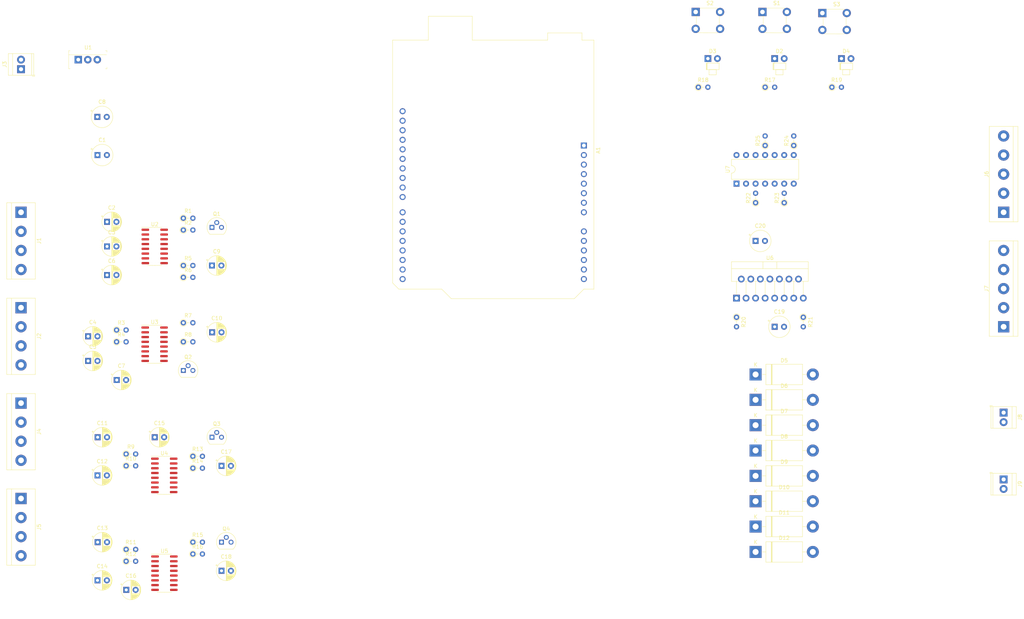
<source format=kicad_pcb>
(kicad_pcb (version 20221018) (generator pcbnew)
  (layers (0 "F.Cu" signal) (31 "B.Cu" signal) (34 "B.Paste" user) (35 "F.Paste" user) (36 "B.SilkS" user "B.Silkscreen") (37 "F.SilkS" user "F.Silkscreen") (38 "B.Mask" user) (39 "F.Mask" user) (44 "Edge.Cuts" user))
  (net 0 "")
  (net 3 "/RESET")
  (net 6 "GND")
  (net 7 "VDD")
  (net 8 "/DAT_LC1")
  (net 9 "/DAT_LC2")
  (net 10 "/DAT_LC3")
  (net 11 "/DAT_LC4")
  (net 16 "/START")
  (net 17 "/CLK")
  (net 20 "/PWM_A")
  (net 21 "/FW_A")
  (net 22 "/FW_B")
  (net 25 "/PWM_B")
  (net 26 "/EN_A")
  (net 27 "/EN_B")
  (net 31 "VCC")
  (net 32 "/E+")
  (net 33 "Net-(U2-INA-)")
  (net 34 "Net-(U2-INA+)")
  (net 35 "Net-(U3-INA-)")
  (net 36 "Net-(U3-INA+)")
  (net 37 "Net-(U2-VBG)")
  (net 38 "Net-(U3-VBG)")
  (net 39 "Net-(U4-INA-)")
  (net 40 "Net-(U4-INA+)")
  (net 41 "Net-(U5-INA-)")
  (net 42 "Net-(U5-INA+)")
  (net 43 "Net-(U4-VBG)")
  (net 44 "Net-(U5-VBG)")
  (net 45 "Net-(D2-K)")
  (net 46 "Net-(D2-A)")
  (net 47 "Net-(D3-K)")
  (net 48 "Net-(D3-A)")
  (net 49 "Net-(D4-K)")
  (net 50 "Net-(D4-A)")
  (net 51 "/A-")
  (net 52 "/A+")
  (net 53 "/STOP_A")
  (net 54 "/STOP_B")
  (net 55 "/motorA+")
  (net 56 "/motorA-")
  (net 57 "/motorB+")
  (net 58 "/motorB-")
  (net 59 "Net-(Q1-B)")
  (net 60 "Net-(Q2-B)")
  (net 61 "Net-(Q3-B)")
  (net 62 "Net-(Q4-B)")
  (net 63 "Net-(U2-VFB)")
  (net 64 "Net-(U3-VFB)")
  (net 65 "Net-(U4-VFB)")
  (net 66 "Net-(U5-VFB)")
  (net 80 "Net-(U6-SENSE_A)")
  (net 81 "/~FW_A")
  (net 82 "/~FW_B")
  (net 83 "Net-(U6-SENSE_B)")
  (footprint "TerminalBlock:TerminalBlock_bornier-4_P5.08mm" (layer "F.Cu") (at 17.78 144.78 -90)
    (fp_text reference "J5" (at 7.6 -4.8 90) (layer "F.SilkS"))
    (fp_text value "Conn_01x04")
    (pad "1" thru_hole rect (at 0 0 270) (size 3 3) (drill 1.52) (layers "*.Cu" "*.Mask") (net 51 "/A-"))
    (pad "2" thru_hole circle (at 5.08 0 270) (size 3 3) (drill 1.52) (layers "*.Cu" "*.Mask") (net 52 "/A+"))
    (pad "3" thru_hole circle (at 10.16 0 270) (size 3 3) (drill 1.52) (layers "*.Cu" "*.Mask") (net 6 "GND"))
    (pad "4" thru_hole circle (at 15.24 0 270) (size 3 3) (drill 1.52) (layers "*.Cu" "*.Mask") (net 32 "/E+"))
  )
  (footprint "Capacitor_THT:CP_Radial_D5.0mm_P2.50mm" (layer "F.Cu") (at 68.66 100.53)
    (fp_text reference "C10" (at 1.25 -3.75) (layer "F.SilkS"))
    (fp_text value "10u")
    (pad "1" thru_hole rect (at 0 0) (size 1.6 1.6) (drill 0.8) (layers "*.Cu" "*.Mask") (net 31 "VCC"))
    (pad "2" thru_hole circle (at 2.5 0) (size 1.6 1.6) (drill 0.8) (layers "*.Cu" "*.Mask") (net 6 "GND"))
  )
  (footprint "TerminalBlock_TE-Connectivity:TerminalBlock_TE_282834-2_1x02_P2.54mm_Horizontal" (layer "F.Cu") (at 17.78 30.48 90)
    (fp_text reference "J3" (at 1.27 -4.37 90) (layer "F.SilkS"))
    (fp_text value "Conn_01x02")
    (pad "1" thru_hole rect (at 0 0 90) (size 2.1 2.1) (drill 1.1) (layers "*.Cu" "*.Mask") (net 6 "GND"))
    (pad "2" thru_hole circle (at 2.54 0 90) (size 2.1 2.1) (drill 1.1) (layers "*.Cu" "*.Mask") (net 31 "VCC"))
  )
  (footprint "Resistor_THT:R_Axial_DIN0204_L3.6mm_D1.6mm_P2.54mm_Vertical" (layer "F.Cu") (at 226.06 96.52 -90)
    (fp_text reference "R21" (at 1.27 -1.92 90) (layer "F.SilkS"))
    (fp_text value "0.5")
    (pad "1" thru_hole circle (at 0 0 270) (size 1.4 1.4) (drill 0.7) (layers "*.Cu" "*.Mask") (net 83 "Net-(U6-SENSE_B)"))
    (pad "2" thru_hole oval (at 2.54 0 270) (size 1.4 1.4) (drill 0.7) (layers "*.Cu" "*.Mask") (net 6 "GND"))
  )
  (footprint "Capacitor_THT:CP_Radial_D5.0mm_P2.50mm" (layer "F.Cu") (at 35.64 101.6)
    (fp_text reference "C4" (at 1.25 -3.75) (layer "F.SilkS"))
    (fp_text value "10u")
    (pad "1" thru_hole rect (at 0 0) (size 1.6 1.6) (drill 0.8) (layers "*.Cu" "*.Mask") (net 6 "GND"))
    (pad "2" thru_hole circle (at 2.5 0) (size 1.6 1.6) (drill 0.8) (layers "*.Cu" "*.Mask") (net 32 "/E+"))
  )
  (footprint "Capacitor_THT:CP_Radial_D5.0mm_P2.50mm" (layer "F.Cu") (at 38.18 128.47)
    (fp_text reference "C11" (at 1.25 -3.75) (layer "F.SilkS"))
    (fp_text value "10u")
    (pad "1" thru_hole rect (at 0 0) (size 1.6 1.6) (drill 0.8) (layers "*.Cu" "*.Mask") (net 6 "GND"))
    (pad "2" thru_hole circle (at 2.5 0) (size 1.6 1.6) (drill 0.8) (layers "*.Cu" "*.Mask") (net 32 "/E+"))
  )
  (footprint "TerminalBlock:TerminalBlock_bornier-4_P5.08mm" (layer "F.Cu") (at 17.78 93.98 -90)
    (fp_text reference "J2" (at 7.6 -4.8 90) (layer "F.SilkS"))
    (fp_text value "Conn_01x04")
    (pad "1" thru_hole rect (at 0 0 270) (size 3 3) (drill 1.52) (layers "*.Cu" "*.Mask") (net 51 "/A-"))
    (pad "2" thru_hole circle (at 5.08 0 270) (size 3 3) (drill 1.52) (layers "*.Cu" "*.Mask") (net 52 "/A+"))
    (pad "3" thru_hole circle (at 10.16 0 270) (size 3 3) (drill 1.52) (layers "*.Cu" "*.Mask") (net 6 "GND"))
    (pad "4" thru_hole circle (at 15.24 0 270) (size 3 3) (drill 1.52) (layers "*.Cu" "*.Mask") (net 32 "/E+"))
  )
  (footprint "Capacitor_THT:CP_Radial_D5.0mm_P2.50mm" (layer "F.Cu") (at 43.26 113.23)
    (fp_text reference "C7" (at 1.25 -3.75) (layer "F.SilkS"))
    (fp_text value "0.1u")
    (pad "1" thru_hole rect (at 0 0) (size 1.6 1.6) (drill 0.8) (layers "*.Cu" "*.Mask") (net 6 "GND"))
    (pad "2" thru_hole circle (at 2.5 0) (size 1.6 1.6) (drill 0.8) (layers "*.Cu" "*.Mask") (net 38 "Net-(U3-VBG)"))
  )
  (footprint "Diode_THT:D_DO-201AD_P15.24mm_Horizontal" (layer "F.Cu") (at 213.36 132.01)
    (fp_text reference "D8" (at 7.62 -3.72) (layer "F.SilkS"))
    (fp_text value "1N5820-TP")
    (fp_text user "K" (at 0 -2.6) (layer "F.SilkS"))
    (pad "1" thru_hole rect (at 0 0) (size 3.2 3.2) (drill 1.6) (layers "*.Cu" "*.Mask") (net 56 "/motorA-"))
    (pad "2" thru_hole oval (at 15.24 0) (size 3.2 3.2) (drill 1.6) (layers "*.Cu" "*.Mask") (net 6 "GND"))
  )
  (footprint "Capacitor_THT:CP_Radial_D5.0mm_P2.50mm" (layer "F.Cu") (at 71.16 136.09)
    (fp_text reference "C17" (at 1.25 -3.75) (layer "F.SilkS"))
    (fp_text value "10u")
    (pad "1" thru_hole rect (at 0 0) (size 1.6 1.6) (drill 0.8) (layers "*.Cu" "*.Mask") (net 31 "VCC"))
    (pad "2" thru_hole circle (at 2.5 0) (size 1.6 1.6) (drill 0.8) (layers "*.Cu" "*.Mask") (net 6 "GND"))
  )
  (footprint "Capacitor_THT:CP_Radial_D5.0mm_P2.50mm" (layer "F.Cu") (at 71.16 164.03)
    (fp_text reference "C18" (at 1.25 -3.75) (layer "F.SilkS"))
    (fp_text value "10u")
    (pad "1" thru_hole rect (at 0 0) (size 1.6 1.6) (drill 0.8) (layers "*.Cu" "*.Mask") (net 31 "VCC"))
    (pad "2" thru_hole circle (at 2.5 0) (size 1.6 1.6) (drill 0.8) (layers "*.Cu" "*.Mask") (net 6 "GND"))
  )
  (footprint "Package_SO:SOP-16_3.9x9.9mm_P1.27mm" (layer "F.Cu") (at 53.38 77.67)
    (fp_text reference "U2" (at 0 -5.9) (layer "F.SilkS"))
    (fp_text value "HX711")
    (pad "1" smd roundrect (at -2.5 -4.445) (size 2 0.6) (layers "F.Cu" "F.Paste" "F.Mask") (net 31 "VCC"))
    (pad "2" smd roundrect (at -2.5 -3.175) (size 2 0.6) (layers "F.Cu" "F.Paste" "F.Mask") (net 59 "Net-(Q1-B)"))
    (pad "3" smd roundrect (at -2.5 -1.905) (size 2 0.6) (layers "F.Cu" "F.Paste" "F.Mask") (net 32 "/E+"))
    (pad "4" smd roundrect (at -2.5 -0.635) (size 2 0.6) (layers "F.Cu" "F.Paste" "F.Mask") (net 63 "Net-(U2-VFB)"))
    (pad "5" smd roundrect (at -2.5 0.635) (size 2 0.6) (layers "F.Cu" "F.Paste" "F.Mask") (net 6 "GND"))
    (pad "6" smd roundrect (at -2.5 1.905) (size 2 0.6) (layers "F.Cu" "F.Paste" "F.Mask") (net 37 "Net-(U2-VBG)"))
    (pad "7" smd roundrect (at -2.5 3.175) (size 2 0.6) (layers "F.Cu" "F.Paste" "F.Mask") (net 33 "Net-(U2-INA-)"))
    (pad "8" smd roundrect (at -2.5 4.445) (size 2 0.6) (layers "F.Cu" "F.Paste" "F.Mask") (net 34 "Net-(U2-INA+)"))
    (pad "9" smd roundrect (at 2.5 4.445) (size 2 0.6) (layers "F.Cu" "F.Paste" "F.Mask"))
    (pad "10" smd roundrect (at 2.5 3.175) (size 2 0.6) (layers "F.Cu" "F.Paste" "F.Mask"))
    (pad "11" smd roundrect (at 2.5 1.905) (size 2 0.6) (layers "F.Cu" "F.Paste" "F.Mask") (net 17 "/CLK"))
    (pad "12" smd roundrect (at 2.5 0.635) (size 2 0.6) (layers "F.Cu" "F.Paste" "F.Mask") (net 8 "/DAT_LC1"))
    (pad "13" smd roundrect (at 2.5 -0.635) (size 2 0.6) (layers "F.Cu" "F.Paste" "F.Mask"))
    (pad "14" smd roundrect (at 2.5 -1.905) (size 2 0.6) (layers "F.Cu" "F.Paste" "F.Mask") (net 6 "GND"))
    (pad "15" smd roundrect (at 2.5 -3.175) (size 2 0.6) (layers "F.Cu" "F.Paste" "F.Mask") (net 6 "GND"))
    (pad "16" smd roundrect (at 2.5 -4.445) (size 2 0.6) (layers "F.Cu" "F.Paste" "F.Mask") (net 31 "VCC"))
  )
  (footprint "Diode_THT:D_DO-201AD_P15.24mm_Horizontal" (layer "F.Cu") (at 213.36 118.51)
    (fp_text reference "D6" (at 7.62 -3.72) (layer "F.SilkS"))
    (fp_text value "1N5820-TP")
    (fp_text user "K" (at 0 -2.6) (layer "F.SilkS"))
    (pad "1" thru_hole rect (at 0 0) (size 3.2 3.2) (drill 1.6) (layers "*.Cu" "*.Mask") (net 55 "/motorA+"))
    (pad "2" thru_hole oval (at 15.24 0) (size 3.2 3.2) (drill 1.6) (layers "*.Cu" "*.Mask") (net 6 "GND"))
  )
  (footprint "TerminalBlock_TE-Connectivity:TerminalBlock_TE_282834-2_1x02_P2.54mm_Horizontal" (layer "F.Cu") (at 279.4 139.7 -90)
    (fp_text reference "J9" (at 1.27 -4.37 -90) (layer "F.SilkS"))
    (fp_text value "Conn_01x02")
    (pad "1" thru_hole rect (at 0 0 270) (size 2.1 2.1) (drill 1.1) (layers "*.Cu" "*.Mask") (net 57 "/motorB+"))
    (pad "2" thru_hole circle (at 2.54 0 270) (size 2.1 2.1) (drill 1.1) (layers "*.Cu" "*.Mask") (net 58 "/motorB-"))
  )
  (footprint "Resistor_THT:R_Axial_DIN0204_L3.6mm_D1.6mm_P2.54mm_Vertical" (layer "F.Cu") (at 61 85.9)
    (fp_text reference "R6" (at 1.27 -1.92) (layer "F.SilkS"))
    (fp_text value "1000")
    (pad "1" thru_hole circle (at 0 0) (size 1.4 1.4) (drill 0.7) (layers "*.Cu" "*.Mask") (net 63 "Net-(U2-VFB)"))
    (pad "2" thru_hole oval (at 2.54 0) (size 1.4 1.4) (drill 0.7) (layers "*.Cu" "*.Mask") (net 6 "GND"))
  )
  (footprint "TerminalBlock:TerminalBlock_bornier-4_P5.08mm" (layer "F.Cu") (at 17.78 68.58 -90)
    (fp_text reference "J1" (at 7.6 -4.8 90) (layer "F.SilkS"))
    (fp_text value "Conn_01x04")
    (pad "1" thru_hole rect (at 0 0 270) (size 3 3) (drill 1.52) (layers "*.Cu" "*.Mask") (net 51 "/A-"))
    (pad "2" thru_hole circle (at 5.08 0 270) (size 3 3) (drill 1.52) (layers "*.Cu" "*.Mask") (net 52 "/A+"))
    (pad "3" thru_hole circle (at 10.16 0 270) (size 3 3) (drill 1.52) (layers "*.Cu" "*.Mask") (net 6 "GND"))
    (pad "4" thru_hole circle (at 15.24 0 270) (size 3 3) (drill 1.52) (layers "*.Cu" "*.Mask") (net 32 "/E+"))
  )
  (footprint "Resistor_THT:R_Axial_DIN0204_L3.6mm_D1.6mm_P2.54mm_Vertical" (layer "F.Cu") (at 215.9 50.8 90)
    (fp_text reference "R25" (at 1.27 -1.92 90) (layer "F.SilkS"))
    (fp_text value "4.7k")
    (pad "1" thru_hole circle (at 0 0 90) (size 1.4 1.4) (drill 0.7) (layers "*.Cu" "*.Mask") (net 7 "VDD"))
    (pad "2" thru_hole oval (at 2.54 0 90) (size 1.4 1.4) (drill 0.7) (layers "*.Cu" "*.Mask") (net 54 "/STOP_B"))
  )
  (footprint "Resistor_THT:R_Axial_DIN0204_L3.6mm_D1.6mm_P2.54mm_Vertical" (layer "F.Cu") (at 45.76 158.34)
    (fp_text reference "R11" (at 1.27 -1.92) (layer "F.SilkS"))
    (fp_text value "1000")
    (pad "1" thru_hole circle (at 0 0) (size 1.4 1.4) (drill 0.7) (layers "*.Cu" "*.Mask") (net 42 "Net-(U5-INA+)"))
    (pad "2" thru_hole oval (at 2.54 0) (size 1.4 1.4) (drill 0.7) (layers "*.Cu" "*.Mask") (net 52 "/A+"))
  )
  (footprint "Resistor_THT:R_Axial_DIN0204_L3.6mm_D1.6mm_P2.54mm_Vertical" (layer "F.Cu") (at 43.22 103.07)
    (fp_text reference "R4" (at 1.27 -1.92) (layer "F.SilkS"))
    (fp_text value "1000")
    (pad "1" thru_hole circle (at 0 0) (size 1.4 1.4) (drill 0.7) (layers "*.Cu" "*.Mask") (net 35 "Net-(U3-INA-)"))
    (pad "2" thru_hole oval (at 2.54 0) (size 1.4 1.4) (drill 0.7) (layers "*.Cu" "*.Mask") (net 51 "/A-"))
  )
  (footprint "Resistor_THT:R_Axial_DIN0204_L3.6mm_D1.6mm_P2.54mm_Vertical" (layer "F.Cu") (at 61 73.3)
    (fp_text reference "R2" (at 1.27 -1.92) (layer "F.SilkS"))
    (fp_text value "1000")
    (pad "1" thru_hole circle (at 0 0) (size 1.4 1.4) (drill 0.7) (layers "*.Cu" "*.Mask") (net 33 "Net-(U2-INA-)"))
    (pad "2" thru_hole oval (at 2.54 0) (size 1.4 1.4) (drill 0.7) (layers "*.Cu" "*.Mask") (net 51 "/A-"))
  )
  (footprint "Resistor_THT:R_Axial_DIN0204_L3.6mm_D1.6mm_P2.54mm_Vertical" (layer "F.Cu") (at 45.76 136.09)
    (fp_text reference "R10" (at 1.27 -1.92) (layer "F.SilkS"))
    (fp_text value "1000")
    (pad "1" thru_hole circle (at 0 0) (size 1.4 1.4) (drill 0.7) (layers "*.Cu" "*.Mask") (net 39 "Net-(U4-INA-)"))
    (pad "2" thru_hole oval (at 2.54 0) (size 1.4 1.4) (drill 0.7) (layers "*.Cu" "*.Mask") (net 51 "/A-"))
  )
  (footprint "LED_THT:LED_D1.8mm_W1.8mm_H2.4mm_Horizontal_O1.27mm_Z1.6mm" (layer "F.Cu") (at 236.22 27.65)
    (fp_text reference "D4" (at 1.27 -1.96) (layer "F.SilkS"))
    (fp_text value "LED")
    (pad "1" thru_hole rect (at 0 0) (size 1.8 1.8) (drill 0.9) (layers "*.Cu" "*.Mask") (net 49 "Net-(D4-K)"))
    (pad "2" thru_hole circle (at 2.54 0) (size 1.8 1.8) (drill 0.9) (layers "*.Cu" "*.Mask") (net 50 "Net-(D4-A)"))
  )
  (footprint "Capacitor_THT:CP_Radial_D5.0mm_P2.50mm" (layer "F.Cu") (at 53.38 128.47)
    (fp_text reference "C15" (at 1.25 -3.75) (layer "F.SilkS"))
    (fp_text value "0.1u")
    (pad "1" thru_hole rect (at 0 0) (size 1.6 1.6) (drill 0.8) (layers "*.Cu" "*.Mask") (net 6 "GND"))
    (pad "2" thru_hole circle (at 2.5 0) (size 1.6 1.6) (drill 0.8) (layers "*.Cu" "*.Mask") (net 43 "Net-(U4-VBG)"))
  )
  (footprint "Capacitor_THT:CP_Radial_Tantal_D5.5mm_P2.50mm" (layer "F.Cu") (at 213.36 76.2)
    (fp_text reference "C20" (at 1.25 -4) (layer "F.SilkS"))
    (fp_text value "0.1u")
    (pad "1" thru_hole rect (at 0 0) (size 1.6 1.6) (drill 0.8) (layers "*.Cu" "*.Mask") (net 31 "VCC"))
    (pad "2" thru_hole circle (at 2.5 0) (size 1.6 1.6) (drill 0.8) (layers "*.Cu" "*.Mask") (net 6 "GND"))
  )
  (footprint "Capacitor_THT:CP_Radial_Tantal_D5.5mm_P2.50mm" (layer "F.Cu") (at 38.14 53.34)
    (fp_text reference "C1" (at 1.25 -4) (layer "F.SilkS"))
    (fp_text value "10u")
    (pad "1" thru_hole rect (at 0 0) (size 1.6 1.6) (drill 0.8) (layers "*.Cu" "*.Mask") (net 6 "GND"))
    (pad "2" thru_hole circle (at 2.5 0) (size 1.6 1.6) (drill 0.8) (layers "*.Cu" "*.Mask") (net 31 "VCC"))
  )
  (footprint "TerminalBlock:TerminalBlock_bornier-5_P5.08mm" (layer "F.Cu") (at 279.4 68.58 90)
    (fp_text reference "J6" (at 10.15 -4.55 90) (layer "F.SilkS"))
    (fp_text value "Conn_01x05")
    (pad "1" thru_hole rect (at 0 0 90) (size 3 3) (drill 1.52) (layers "*.Cu" "*.Mask") (net 21 "/FW_A"))
    (pad "2" thru_hole circle (at 5.08 0 90) (size 3 3) (drill 1.52) (layers "*.Cu" "*.Mask") (net 26 "/EN_A"))
    (pad "3" thru_hole circle (at 10.16 0 90) (size 3 3) (drill 1.52) (layers "*.Cu" "*.Mask") (net 53 "/STOP_A"))
    (pad "4" thru_hole circle (at 15.24 0 90) (size 3 3) (drill 1.52) (layers "*.Cu" "*.Mask") (net 20 "/PWM_A"))
    (pad "5" thru_hole circle (at 20.32 0 90) (size 3 3) (drill 1.52) (layers "*.Cu" "*.Mask") (net 6 "GND"))
  )
  (footprint "Diode_THT:D_DO-201AD_P15.24mm_Horizontal" (layer "F.Cu") (at 213.36 111.76)
    (fp_text reference "D5" (at 7.62 -3.72) (layer "F.SilkS"))
    (fp_text value "1N5820-TP")
    (fp_text user "K" (at 0 -2.6) (layer "F.SilkS"))
    (pad "1" thru_hole rect (at 0 0) (size 3.2 3.2) (drill 1.6) (layers "*.Cu" "*.Mask") (net 31 "VCC"))
    (pad "2" thru_hole oval (at 15.24 0) (size 3.2 3.2) (drill 1.6) (layers "*.Cu" "*.Mask") (net 55 "/motorA+"))
  )
  (footprint "Diode_THT:D_DO-201AD_P15.24mm_Horizontal" (layer "F.Cu") (at 213.36 159.01)
    (fp_text reference "D12" (at 7.62 -3.72) (layer "F.SilkS"))
    (fp_text value "1N5820-TP")
    (fp_text user "K" (at 0 -2.6) (layer "F.SilkS"))
    (pad "1" thru_hole rect (at 0 0) (size 3.2 3.2) (drill 1.6) (layers "*.Cu" "*.Mask") (net 58 "/motorB-"))
    (pad "2" thru_hole oval (at 15.24 0) (size 3.2 3.2) (drill 1.6) (layers "*.Cu" "*.Mask") (net 6 "GND"))
  )
  (footprint "Diode_THT:D_DO-201AD_P15.24mm_Horizontal" (layer "F.Cu") (at 213.36 138.76)
    (fp_text reference "D9" (at 7.62 -3.72) (layer "F.SilkS"))
    (fp_text value "1N5820-TP")
    (fp_text user "K" (at 0 -2.6) (layer "F.SilkS"))
    (pad "1" thru_hole rect (at 0 0) (size 3.2 3.2) (drill 1.6) (layers "*.Cu" "*.Mask") (net 31 "VCC"))
    (pad "2" thru_hole oval (at 15.24 0) (size 3.2 3.2) (drill 1.6) (layers "*.Cu" "*.Mask") (net 57 "/motorB+"))
  )
  (footprint "TerminalBlock:TerminalBlock_bornier-5_P5.08mm" (layer "F.Cu") (at 279.4 99.06 90)
    (fp_text reference "J7" (at 10.15 -4.55 90) (layer "F.SilkS"))
    (fp_text value "Conn_01x05")
    (pad "1" thru_hole rect (at 0 0 90) (size 3 3) (drill 1.52) (layers "*.Cu" "*.Mask") (net 22 "/FW_B"))
    (pad "2" thru_hole circle (at 5.08 0 90) (size 3 3) (drill 1.52) (layers "*.Cu" "*.Mask") (net 27 "/EN_B"))
    (pad "3" thru_hole circle (at 10.16 0 90) (size 3 3) (drill 1.52) (layers "*.Cu" "*.Mask") (net 54 "/STOP_B"))
    (pad "4" thru_hole circle (at 15.24 0 90) (size 3 3) (drill 1.52) (layers "*.Cu" "*.Mask") (net 25 "/PWM_B"))
    (pad "5" thru_hole circle (at 20.32 0 90) (size 3 3) (drill 1.52) (layers "*.Cu" "*.Mask") (net 6 "GND"))
  )
  (footprint "Capacitor_THT:CP_Radial_D5.0mm_P2.50mm" (layer "F.Cu") (at 38.14 138.63)
    (fp_text reference "C12" (at 1.25 -3.75) (layer "F.SilkS"))
    (fp_text value "0.1u")
    (pad "1" thru_hole rect (at 0 0) (size 1.6 1.6) (drill 0.8) (layers "*.Cu" "*.Mask") (net 39 "Net-(U4-INA-)"))
    (pad "2" thru_hole circle (at 2.5 0) (size 1.6 1.6) (drill 0.8) (layers "*.Cu" "*.Mask") (net 40 "Net-(U4-INA+)"))
  )
  (footprint "Package_TO_SOT_THT:TO-220-15_P2.54x2.54mm_StaggerOdd_Lead4.58mm_Vertical" (layer "F.Cu") (at 208.28 91.44)
    (fp_text reference "U6" (at 8.89 -10.7) (layer "F.SilkS"))
    (fp_text value "L298N")
    (pad "1" thru_hole rect (at 0 0) (size 1.8 1.8) (drill 1) (layers "*.Cu" "*.Mask") (net 80 "Net-(U6-SENSE_A)"))
    (pad "2" thru_hole oval (at 1.27 -5.08) (size 1.8 1.8) (drill 1) (layers "*.Cu" "*.Mask") (net 55 "/motorA+"))
    (pad "3" thru_hole oval (at 2.54 0) (size 1.8 1.8) (drill 1) (layers "*.Cu" "*.Mask") (net 56 "/motorA-"))
    (pad "4" thru_hole oval (at 3.81 -5.08) (size 1.8 1.8) (drill 1) (layers "*.Cu" "*.Mask") (net 31 "VCC"))
    (pad "5" thru_hole oval (at 5.08 0) (size 1.8 1.8) (drill 1) (layers "*.Cu" "*.Mask") (net 21 "/FW_A"))
    (pad "6" thru_hole oval (at 6.35 -5.08) (size 1.8 1.8) (drill 1) (layers "*.Cu" "*.Mask") (net 20 "/PWM_A"))
    (pad "7" thru_hole oval (at 7.62 0) (size 1.8 1.8) (drill 1) (layers "*.Cu" "*.Mask") (net 81 "/~FW_A"))
    (pad "8" thru_hole oval (at 8.89 -5.08) (size 1.8 1.8) (drill 1) (layers "*.Cu" "*.Mask") (net 6 "GND"))
    (pad "9" thru_hole oval (at 10.16 0) (size 1.8 1.8) (drill 1) (layers "*.Cu" "*.Mask") (net 7 "VDD"))
    (pad "10" thru_hole oval (at 11.43 -5.08) (size 1.8 1.8) (drill 1) (layers "*.Cu" "*.Mask") (net 22 "/FW_B"))
    (pad "11" thru_hole oval (at 12.7 0) (size 1.8 1.8) (drill 1) (layers "*.Cu" "*.Mask") (net 25 "/PWM_B"))
    (pad "12" thru_hole oval (at 13.97 -5.08) (size 1.8 1.8) (drill 1) (layers "*.Cu" "*.Mask") (net 82 "/~FW_B"))
    (pad "13" thru_hole oval (at 15.24 0) (size 1.8 1.8) (drill 1) (layers "*.Cu" "*.Mask") (net 57 "/motorB+"))
    (pad "14" thru_hole oval (at 16.51 -5.08) (size 1.8 1.8) (drill 1) (layers "*.Cu" "*.Mask") (net 58 "/motorB-"))
    (pad "15" thru_hole oval (at 17.78 0) (size 1.8 1.8) (drill 1) (layers "*.Cu" "*.Mask") (net 83 "Net-(U6-SENSE_B)"))
  )
  (footprint "Diode_THT:D_DO-201AD_P15.24mm_Horizontal" (layer "F.Cu") (at 213.36 152.26)
    (fp_text reference "D11" (at 7.62 -3.72) (layer "F.SilkS"))
    (fp_text value "1N5820-TP")
    (fp_text user "K" (at 0 -2.6) (layer "F.SilkS"))
    (pad "1" thru_hole rect (at 0 0) (size 3.2 3.2) (drill 1.6) (layers "*.Cu" "*.Mask") (net 31 "VCC"))
    (pad "2" thru_hole oval (at 15.24 0) (size 3.2 3.2) (drill 1.6) (layers "*.Cu" "*.Mask") (net 58 "/motorB-"))
  )
  (footprint "digikey-footprints:TO-220-3" (layer "F.Cu") (at 33.02 27.94)
    (fp_text reference "U1" (at 2.62 -3.22) (layer "F.SilkS"))
    (fp_text value "MIC29500-5.0WT")
    (pad "1" thru_hole rect (at 0 0) (size 2 2) (drill 1) (layers "*.Cu" "*.Mask") (net 31 "VCC"))
    (pad "2" thru_hole circle (at 2.54 0) (size 2 2) (drill 1) (layers "*.Cu" "*.Mask") (net 6 "GND"))
    (pad "3" thru_hole circle (at 5.08 0) (size 2 2) (drill 1) (layers "*.Cu" "*.Mask") (net 7 "VDD"))
  )
  (footprint "TerminalBlock_TE-Connectivity:TerminalBlock_TE_282834-2_1x02_P2.54mm_Horizontal" (layer "F.Cu") (at 279.4 121.92 -90)
    (fp_text reference "J8" (at 1.27 -4.37 -90) (layer "F.SilkS"))
    (fp_text value "Conn_01x02")
    (pad "1" thru_hole rect (at 0 0 270) (size 2.1 2.1) (drill 1.1) (layers "*.Cu" "*.Mask") (net 55 "/motorA+"))
    (pad "2" thru_hole circle (at 2.54 0 270) (size 2.1 2.1) (drill 1.1) (layers "*.Cu" "*.Mask") (net 56 "/motorA-"))
  )
  (footprint "Capacitor_THT:CP_Radial_Tantal_D5.5mm_P2.50mm" (layer "F.Cu") (at 38.1 43.18)
    (fp_text reference "C8" (at 1.25 -4) (layer "F.SilkS"))
    (fp_text value "22u")
    (pad "1" thru_hole rect (at 0 0) (size 1.6 1.6) (drill 0.8) (layers "*.Cu" "*.Mask") (net 6 "GND"))
    (pad "2" thru_hole circle (at 2.5 0) (size 1.6 1.6) (drill 0.8) (layers "*.Cu" "*.Mask") (net 7 "VDD"))
  )
  (footprint "Capacitor_THT:CP_Radial_Tantal_D5.5mm_P2.50mm" (layer "F.Cu") (at 218.44 99.06)
    (fp_text reference "C19" (at 1.25 -4) (layer "F.SilkS"))
    (fp_text value "0.1u")
    (pad "1" thru_hole rect (at 0 0) (size 1.6 1.6) (drill 0.8) (layers "*.Cu" "*.Mask") (net 7 "VDD"))
    (pad "2" thru_hole circle (at 2.5 0) (size 1.6 1.6) (drill 0.8) (layers "*.Cu" "*.Mask") (net 6 "GND"))
  )
  (footprint "digikey-footprints:Switch_Tactile_THT_6x6mm" (layer "F.Cu") (at 215.19 15.24)
    (fp_text reference "S1" (at 3.81 -2.3368) (layer "F.SilkS"))
    (fp_text value "1825910-6")
    (pad "1" thru_hole rect (at 0 0) (size 2.2 2.2) (drill 1.2) (layers "*.Cu" "*.Mask") (net 3 "/RESET"))
    (pad "2" thru_hole circle (at 6.5 0) (size 2.2 2.2) (drill 1.2) (layers "*.Cu" "*.Mask") (net 46 "Net-(D2-A)"))
    (pad "3" thru_hole circle (at 0 4.5) (size 2.2 2.2) (drill 1.2) (layers "*.Cu" "*.Mask") (net 7 "VDD"))
    (pad "4" thru_hole circle (at 6.5 4.5) (size 2.2 2.2) (drill 1.2) (layers "*.Cu" "*.Mask") (net 7 "VDD"))
  )
  (footprint "Resistor_THT:R_Axial_DIN0204_L3.6mm_D1.6mm_P2.54mm_Vertical" (layer "F.Cu") (at 215.9 35.27)
    (fp_text reference "R17" (at 1.27 -1.92) (layer "F.SilkS"))
    (fp_text value "100")
    (pad "1" thru_hole circle (at 0 0) (size 1.4 1.4) (drill 0.7) (layers "*.Cu" "*.Mask") (net 6 "GND"))
    (pad "2" thru_hole oval (at 2.54 0) (size 1.4 1.4) (drill 0.7) (layers "*.Cu" "*.Mask") (net 45 "Net-(D2-K)"))
  )
  (footprint "Resistor_THT:R_Axial_DIN0204_L3.6mm_D1.6mm_P2.54mm_Vertical" (layer "F.Cu") (at 63.54 136.7)
    (fp_text reference "R14" (at 1.27 -1.92) (layer "F.SilkS"))
    (fp_text value "1000")
    (pad "1" thru_hole circle (at 0 0) (size 1.4 1.4) (drill 0.7) (layers "*.Cu" "*.Mask") (net 65 "Net-(U4-VFB)"))
    (pad "2" thru_hole oval (at 2.54 0) (size 1.4 1.4) (drill 0.7) (layers "*.Cu" "*.Mask") (net 6 "GND"))
  )
  (footprint "Resistor_THT:R_Axial_DIN0204_L3.6mm_D1.6mm_P2.54mm_Vertical" (layer "F.Cu") (at 61 103.07)
    (fp_text reference "R8" (at 1.27 -1.92) (layer "F.SilkS"))
    (fp_text value "1000")
    (pad "1" thru_hole circle (at 0 0) (size 1.4 1.4) (drill 0.7) (layers "*.Cu" "*.Mask") (net 64 "Net-(U3-VFB)"))
    (pad "2" thru_hole oval (at 2.54 0) (size 1.4 1.4) (drill 0.7) (layers "*.Cu" "*.Mask") (net 6 "GND"))
  )
  (footprint "Resistor_THT:R_Axial_DIN0204_L3.6mm_D1.6mm_P2.54mm_Vertical" (layer "F.Cu") (at 45.76 161.49)
    (fp_text reference "R12" (at 1.27 -1.92) (layer "F.SilkS"))
    (fp_text value "1000")
    (pad "1" thru_hole circle (at 0 0) (size 1.4 1.4) (drill 0.7) (layers "*.Cu" "*.Mask") (net 41 "Net-(U5-INA-)"))
    (pad "2" thru_hole oval (at 2.54 0) (size 1.4 1.4) (drill 0.7) (layers "*.Cu" "*.Mask") (net 51 "/A-"))
  )
  (footprint "Capacitor_THT:CP_Radial_D5.0mm_P2.50mm" (layer "F.Cu") (at 68.62 82.75)
    (fp_text reference "C9" (at 1.25 -3.75) (layer "F.SilkS"))
    (fp_text value "10u")
    (pad "1" thru_hole rect (at 0 0) (size 1.6 1.6) (drill 0.8) (layers "*.Cu" "*.Mask") (net 31 "VCC"))
    (pad "2" thru_hole circle (at 2.5 0) (size 1.6 1.6) (drill 0.8) (layers "*.Cu" "*.Mask") (net 6 "GND"))
  )
  (footprint "Resistor_THT:R_Axial_DIN0204_L3.6mm_D1.6mm_P2.54mm_Vertical" (layer "F.Cu") (at 223.52 50.8 90)
    (fp_text reference "R24" (at 1.27 -1.92 90) (layer "F.SilkS"))
    (fp_text value "4.7k")
    (pad "1" thru_hole circle (at 0 0 90) (size 1.4 1.4) (drill 0.7) (layers "*.Cu" "*.Mask") (net 7 "VDD"))
    (pad "2" thru_hole oval (at 2.54 0 90) (size 1.4 1.4) (drill 0.7) (layers "*.Cu" "*.Mask") (net 53 "/STOP_A"))
  )
  (footprint "Capacitor_THT:CP_Radial_D5.0mm_P2.50mm" (layer "F.Cu") (at 40.68 77.67)
    (fp_text reference "C3" (at 1.25 -3.75) (layer "F.SilkS"))
    (fp_text value "0.1u")
    (pad "1" thru_hole rect (at 0 0) (size 1.6 1.6) (drill 0.8) (layers "*.Cu" "*.Mask") (net 33 "Net-(U2-INA-)"))
    (pad "2" thru_hole circle (at 2.5 0) (size 1.6 1.6) (drill 0.8) (layers "*.Cu" "*.Mask") (net 34 "Net-(U2-INA+)"))
  )
  (footprint "Resistor_THT:R_Axial_DIN0204_L3.6mm_D1.6mm_P2.54mm_Vertical" (layer "F.Cu") (at 45.76 132.94)
    (fp_text reference "R9" (at 1.27 -1.92) (layer "F.SilkS"))
    (fp_text value "1000")
    (pad "1" thru_hole circle (at 0 0) (size 1.4 1.4) (drill 0.7) (layers "*.Cu" "*.Mask") (net 40 "Net-(U4-INA+)"))
    (pad "2" thru_hole oval (at 2.54 0) (size 1.4 1.4) (drill 0.7) (layers "*.Cu" "*.Mask") (net 52 "/A+"))
  )
  (footprint "LED_THT:LED_D1.8mm_W1.8mm_H2.4mm_Horizontal_O1.27mm_Z1.6mm" (layer "F.Cu") (at 218.44 27.65)
    (fp_text reference "D2" (at 1.27 -1.96) (layer "F.SilkS"))
    (fp_text value "LED")
    (pad "1" thru_hole rect (at 0 0) (size 1.8 1.8) (drill 0.9) (layers "*.Cu" "*.Mask") (net 45 "Net-(D2-K)"))
    (pad "2" thru_hole circle (at 2.54 0) (size 1.8 1.8) (drill 0.9) (layers "*.Cu" "*.Mask") (net 46 "Net-(D2-A)"))
  )
  (footprint "Diode_THT:D_DO-201AD_P15.24mm_Horizontal" (layer "F.Cu") (at 213.36 125.26)
    (fp_text reference "D7" (at 7.62 -3.72) (layer "F.SilkS"))
    (fp_text value "1N5820-TP")
    (fp_text user "K" (at 0 -2.6) (layer "F.SilkS"))
    (pad "1" thru_hole rect (at 0 0) (size 3.2 3.2) (drill 1.6) (layers "*.Cu" "*.Mask") (net 31 "VCC"))
    (pad "2" thru_hole oval (at 15.24 0) (size 3.2 3.2) (drill 1.6) (layers "*.Cu" "*.Mask") (net 56 "/motorA-"))
  )
  (footprint "Package_TO_SOT_THT:TO-92" (layer "F.Cu") (at 71.16 156.41)
    (fp_text reference "Q4" (at 1.27 -3.56) (layer "F.SilkS"))
    (fp_text value "PNP")
    (pad "1" thru_hole rect (at 0 0) (size 1.3 1.3) (drill 0.75) (layers "*.Cu" "*.Mask") (net 32 "/E+"))
    (pad "2" thru_hole circle (at 1.27 -1.27) (size 1.3 1.3) (drill 0.75) (layers "*.Cu" "*.Mask") (net 62 "Net-(Q4-B)"))
    (pad "3" thru_hole circle (at 2.54 0) (size 1.3 1.3) (drill 0.75) (layers "*.Cu" "*.Mask") (net 31 "VCC"))
  )
  (footprint "Package_TO_SOT_THT:TO-92" (layer "F.Cu") (at 68.62 72.59)
    (fp_text reference "Q1" (at 1.27 -3.56) (layer "F.SilkS"))
    (fp_text value "PNP")
    (pad "1" thru_hole rect (at 0 0) (size 1.3 1.3) (drill 0.75) (layers "*.Cu" "*.Mask") (net 32 "/E+"))
    (pad "2" thru_hole circle (at 1.27 -1.27) (size 1.3 1.3) (drill 0.75) (layers "*.Cu" "*.Mask") (net 59 "Net-(Q1-B)"))
    (pad "3" thru_hole circle (at 2.54 0) (size 1.3 1.3) (drill 0.75) (layers "*.Cu" "*.Mask") (net 31 "VCC"))
  )
  (footprint "Capacitor_THT:CP_Radial_D5.0mm_P2.50mm" (layer "F.Cu") (at 38.18 156.41)
    (fp_text reference "C13" (at 1.25 -3.75) (layer "F.SilkS"))
    (fp_text value "10u")
    (pad "1" thru_hole rect (at 0 0) (size 1.6 1.6) (drill 0.8) (layers "*.Cu" "*.Mask") (net 6 "GND"))
    (pad "2" thru_hole circle (at 2.5 0) (size 1.6 1.6) (drill 0.8) (layers "*.Cu" "*.Mask") (net 32 "/E+"))
  )
  (footprint "Resistor_THT:R_Axial_DIN0204_L3.6mm_D1.6mm_P2.54mm_Vertical" (layer "F.Cu") (at 63.54 159.56)
    (fp_text reference "R16" (at 1.27 -1.92) (layer "F.SilkS"))
    (fp_text value "1000")
    (pad "1" thru_hole circle (at 0 0) (size 1.4 1.4) (drill 0.7) (layers "*.Cu" "*.Mask") (net 66 "Net-(U5-VFB)"))
    (pad "2" thru_hole oval (at 2.54 0) (size 1.4 1.4) (drill 0.7) (layers "*.Cu" "*.Mask") (net 6 "GND"))
  )
  (footprint "Package_SO:SOP-16_3.9x9.9mm_P1.27mm" (layer "F.Cu") (at 53.34 103.705)
    (fp_text reference "U3" (at 0 -5.9) (layer "F.SilkS"))
    (fp_text value "HX711")
    (pad "1" smd roundrect (at -2.5 -4.445) (size 2 0.6) (layers "F.Cu" "F.Paste" "F.Mask") (net 31 "VCC"))
    (pad "2" smd roundrect (at -2.5 -3.175) (size 2 0.6) (layers "F.Cu" "F.Paste" "F.Mask") (net 60 "Net-(Q2-B)"))
    (pad "3" smd roundrect (at -2.5 -1.905) (size 2 0.6) (layers "F.Cu" "F.Paste" "F.Mask") (net 32 "/E+"))
    (pad "4" smd roundrect (at -2.5 -0.635) (size 2 0.6) (layers "F.Cu" "F.Paste" "F.Mask") (net 64 "Net-(U3-VFB)"))
    (pad "5" smd roundrect (at -2.5 0.635) (size 2 0.6) (layers "F.Cu" "F.Paste" "F.Mask") (net 6 "GND"))
    (pad "6" smd roundrect (at -2.5 1.905) (size 2 0.6) (layers "F.Cu" "F.Paste" "F.Mask") (net 38 "Net-(U3-VBG)"))
    (pad "7" smd roundrect (at -2.5 3.175) (size 2 0.6) (layers "F.Cu" "F.Paste" "F.Mask") (net 35 "Net-(U3-INA-)"))
    (pad "8" smd roundrect (at -2.5 4.445) (size 2 0.6) (layers "F.Cu" "F.Paste" "F.Mask") (net 36 "Net-(U3-INA+)"))
    (pad "9" smd roundrect (at 2.5 4.445) (size 2 0.6) (layers "F.Cu" "F.Paste" "F.Mask"))
    (pad "10" smd roundrect (at 2.5 3.175) (size 2 0.6) (layers "F.Cu" "F.Paste" "F.Mask"))
    (pad "11" smd roundrect (at 2.5 1.905) (size 2 0.6) (layers "F.Cu" "F.Paste" "F.Mask") (net 17 "/CLK"))
    (pad "12" smd roundrect (at 2.5 0.635) (size 2 0.6) (layers "F.Cu" "F.Paste" "F.Mask") (net 10 "/DAT_LC3"))
    (pad "13" smd roundrect (at 2.5 -0.635) (size 2 0.6) (layers "F.Cu" "F.Paste" "F.Mask"))
    (pad "14" smd roundrect (at 2.5 -1.905) (size 2 0.6) (layers "F.Cu" "F.Paste" "F.Mask") (net 6 "GND"))
    (pad "15" smd roundrect (at 2.5 -3.175) (size 2 0.6) (layers "F.Cu" "F.Paste" "F.Mask") (net 6 "GND"))
    (pad "16" smd roundrect (at 2.5 -4.445) (size 2 0.6) (layers "F.Cu" "F.Paste" "F.Mask") (net 31 "VCC"))
  )
  (footprint "Resistor_THT:R_Axial_DIN0204_L3.6mm_D1.6mm_P2.54mm_Vertical" (layer "F.Cu") (at 233.68 35.27)
    (fp_text reference "R19" (at 1.27 -1.92) (layer "F.SilkS"))
    (fp_text value "100")
    (pad "1" thru_hole circle (at 0 0) (size 1.4 1.4) (drill 0.7) (layers "*.Cu" "*.Mask") (net 6 "GND"))
    (pad "2" thru_hole oval (at 2.54 0) (size 1.4 1.4) (drill 0.7) (layers "*.Cu" "*.Mask") (net 49 "Net-(D4-K)"))
  )
  (footprint "Resistor_THT:R_Axial_DIN0204_L3.6mm_D1.6mm_P2.54mm_Vertical" (layer "F.Cu") (at 220.98 66.04 90)
    (fp_text reference "R23" (at 1.27 -1.92 90) (layer "F.SilkS"))
    (fp_text value "4.7k")
    (pad "1" thru_hole circle (at 0 0 90) (size 1.4 1.4) (drill 0.7) (layers "*.Cu" "*.Mask") (net 7 "VDD"))
    (pad "2" thru_hole oval (at 2.54 0 90) (size 1.4 1.4) (drill 0.7) (layers "*.Cu" "*.Mask") (net 82 "/~FW_B"))
  )
  (footprint "Package_DIP:DIP-14_W7.62mm" (layer "F.Cu") (at 208.28 60.96 90)
    (fp_text reference "U7" (at 3.81 -2.33 90) (layer "F.SilkS"))
    (fp_text value "74HCT00")
    (pad "1" thru_hole rect (at 0 0 90) (size 1.6 1.6) (drill 0.8) (layers "*.Cu" "*.Mask") (net 21 "/FW_A"))
    (pad "2" thru_hole oval (at 0 2.54 90) (size 1.6 1.6) (drill 0.8) (layers "*.Cu" "*.Mask") (net 21 "/FW_A"))
    (pad "3" thru_hole oval (at 0 5.08 90) (size 1.6 1.6) (drill 0.8) (layers "*.Cu" "*.Mask") (net 81 "/~FW_A"))
    (pad "4" thru_hole oval (at 0 7.62 90) (size 1.6 1.6) (drill 0.8) (layers "*.Cu" "*.Mask") (net 22 "/FW_B"))
    (pad "5" thru_hole oval (at 0 10.16 90) (size 1.6 1.6) (drill 0.8) (layers "*.Cu" "*.Mask") (net 22 "/FW_B"))
    (pad "6" thru_hole oval (at 0 12.7 90) (size 1.6 1.6) (drill 0.8) (layers "*.Cu" "*.Mask") (net 82 "/~FW_B"))
    (pad "7" thru_hole oval (at 0 15.24 90) (size 1.6 1.6) (drill 0.8) (layers "*.Cu" "*.Mask") (net 6 "GND"))
    (pad "8" thru_hole oval (at 7.62 15.24 90) (size 1.6 1.6) (drill 0.8) (layers "*.Cu" "*.Mask") (net 53 "/STOP_A"))
    (pad "9" thru_hole oval (at 7.62 12.7 90) (size 1.6 1.6) (drill 0.8) (layers "*.Cu" "*.Mask") (net 26 "/EN_A"))
    (pad "10" thru_hole oval (at 7.62 10.16 90) (size 1.6 1.6) (drill 0.8) (layers "*.Cu" "*.Mask") (net 26 "/EN_A"))
    (pad "11" thru_hole oval (at 7.62 7.62 90) (size 1.6 1.6) (drill 0.8) (layers "*.Cu" "*.Mask") (net 54 "/STOP_B"))
    (pad "12" thru_hole oval (at 7.62 5.08 90) (size 1.6 1.6) (drill 0.8) (layers "*.Cu" "*.Mask") (net 27 "/EN_B"))
    (pad "13" thru_hole oval (at 7.62 2.54 90) (size 1.6 1.6) (drill 0.8) (layers "*.Cu" "*.Mask") (net 27 "/EN_B"))
    (pad "14" thru_hole oval (at 7.62 0 90) (size 1.6 1.6) (drill 0.8) (layers "*.Cu" "*.Mask") (net 7 "VDD"))
  )
  (footprint "Diode_THT:D_DO-201AD_P15.24mm_Horizontal" (layer "F.Cu") (at 213.36 145.51)
    (fp_text reference "D10" (at 7.62 -3.72) (layer "F.SilkS"))
    (fp_text value "1N5820-TP")
    (fp_text user "K" (at 0 -2.6) (layer "F.SilkS"))
    (pad "1" thru_hole rect (at 0 0) (size 3.2 3.2) (drill 1.6) (layers "*.Cu" "*.Mask") (net 57 "/motorB+"))
    (pad "2" thru_hole oval (at 15.24 0) (size 3.2 3.2) (drill 1.6) (layers "*.Cu" "*.Mask") (net 6 "GND"))
  )
  (footprint "Package_SO:SOP-16_3.9x9.9mm_P1.27mm" (layer "F.Cu") (at 55.96 164.665)
    (fp_text reference "U5" (at 0 -5.9) (layer "F.SilkS"))
    (fp_text value "HX711")
    (pad "1" smd roundrect (at -2.5 -4.445) (size 2 0.6) (layers "F.Cu" "F.Paste" "F.Mask") (net 31 "VCC"))
    (pad "2" smd roundrect (at -2.5 -3.175) (size 2 0.6) (layers "F.Cu" "F.Paste" "F.Mask") (net 62 "Net-(Q4-B)"))
    (pad "3" smd roundrect (at -2.5 -1.905) (size 2 0.6) (layers "F.Cu" "F.Paste" "F.Mask") (net 32 "/E+"))
    (pad "4" smd roundrect (at -2.5 -0.635) (size 2 0.6) (layers "F.Cu" "F.Paste" "F.Mask") (net 66 "Net-(U5-VFB)"))
    (pad "5" smd roundrect (at -2.5 0.635) (size 2 0.6) (layers "F.Cu" "F.Paste" "F.Mask") (net 6 "GND"))
    (pad "6" smd roundrect (at -2.5 1.905) (size 2 0.6) (layers "F.Cu" "F.Paste" "F.Mask") (net 44 "Net-(U5-VBG)"))
    (pad "7" smd roundrect (at -2.5 3.175) (size 2 0.6) (layers "F.Cu" "F.Paste" "F.Mask") (net 41 "Net-(U5-INA-)"))
    (pad "8" smd roundrect (at -2.5 4.445) (size 2 0.6) (layers "F.Cu" "F.Paste" "F.Mask") (net 42 "Net-(U5-INA+)"))
    (pad "9" smd roundrect (at 2.5 4.445) (size 2 0.6) (layers "F.Cu" "F.Paste" "F.Mask"))
    (pad "10" smd roundrect (at 2.5 3.175) (size 2 0.6) (layers "F.Cu" "F.Paste" "F.Mask"))
    (pad "11" smd roundrect (at 2.5 1.905) (size 2 0.6) (layers "F.Cu" "F.Paste" "F.Mask") (net 17 "/CLK"))
    (pad "12" smd roundrect (at 2.5 0.635) (size 2 0.6) (layers "F.Cu" "F.Paste" "F.Mask") (net 11 "/DAT_LC4"))
    (pad "13" smd roundrect (at 2.5 -0.635) (size 2 0.6) (layers "F.Cu" "F.Paste" "F.Mask"))
    (pad "14" smd roundrect (at 2.5 -1.905) (size 2 0.6) (layers "F.Cu" "F.Paste" "F.Mask") (net 6 "GND"))
    (pad "15" smd roundrect (at 2.5 -3.175) (size 2 0.6) (layers "F.Cu" "F.Paste" "F.Mask") (net 6 "GND"))
    (pad "16" smd roundrect (at 2.5 -4.445) (size 2 0.6) (layers "F.Cu" "F.Paste" "F.Mask") (net 31 "VCC"))
  )
  (footprint "Resistor_THT:R_Axial_DIN0204_L3.6mm_D1.6mm_P2.54mm_Vertical" (layer "F.Cu") (at 61 82.75)
    (fp_text reference "R5" (at 1.27 -1.92) (layer "F.SilkS"))
    (fp_text value "1000")
    (pad "1" thru_hole circle (at 0 0) (size 1.4 1.4) (drill 0.7) (layers "*.Cu" "*.Mask") (net 32 "/E+"))
    (pad "2" thru_hole oval (at 2.54 0) (size 1.4 1.4) (drill 0.7) (layers "*.Cu" "*.Mask") (net 63 "Net-(U2-VFB)"))
  )
  (footprint "Resistor_THT:R_Axial_DIN0204_L3.6mm_D1.6mm_P2.54mm_Vertical" (layer "F.Cu") (at 208.28 96.52 -90)
    (fp_text reference "R20" (at 1.27 -1.92 90) (layer "F.SilkS"))
    (fp_text value "0.5")
    (pad "1" thru_hole circle (at 0 0 270) (size 1.4 1.4) (drill 0.7) (layers "*.Cu" "*.Mask") (net 80 "Net-(U6-SENSE_A)"))
    (pad "2" thru_hole oval (at 2.54 0 270) (size 1.4 1.4) (drill 0.7) (layers "*.Cu" "*.Mask") (net 6 "GND"))
  )
  (footprint "Resistor_THT:R_Axial_DIN0204_L3.6mm_D1.6mm_P2.54mm_Vertical" (layer "F.Cu") (at 61 70.15)
    (fp_text reference "R1" (at 1.27 -1.92) (layer "F.SilkS"))
    (fp_text value "1000")
    (pad "1" thru_hole circle (at 0 0) (size 1.4 1.4) (drill 0.7) (layers "*.Cu" "*.Mask") (net 34 "Net-(U2-INA+)"))
    (pad "2" thru_hole oval (at 2.54 0) (size 1.4 1.4) (drill 0.7) (layers "*.Cu" "*.Mask") (net 52 "/A+"))
  )
  (footprint "Module:Arduino_UNO_R3" (layer "F.Cu") (at 167.64 50.8 -90)
    (fp_text reference "A1" (at 1.27 -3.81 90) (layer "F.SilkS"))
    (fp_text value "Arduino_UNO_R3")
    (pad "1" thru_hole rect (at 0 0) (size 1.6 1.6) (drill 1) (layers "*.Cu" "*.Mask"))
    (pad "2" thru_hole oval (at 2.54 0) (size 1.6 1.6) (drill 1) (layers "*.Cu" "*.Mask"))
    (pad "3" thru_hole oval (at 5.08 0) (size 1.6 1.6) (drill 1) (layers "*.Cu" "*.Mask") (net 3 "/RESET"))
    (pad "4" thru_hole oval (at 7.62 0) (size 1.6 1.6) (drill 1) (layers "*.Cu" "*.Mask"))
    (pad "5" thru_hole oval (at 10.16 0) (size 1.6 1.6) (drill 1) (layers "*.Cu" "*.Mask"))
    (pad "6" thru_hole oval (at 12.7 0) (size 1.6 1.6) (drill 1) (layers "*.Cu" "*.Mask") (net 6 "GND"))
    (pad "7" thru_hole oval (at 15.24 0) (size 1.6 1.6) (drill 1) (layers "*.Cu" "*.Mask") (net 6 "GND"))
    (pad "8" thru_hole oval (at 17.78 0) (size 1.6 1.6) (drill 1) (layers "*.Cu" "*.Mask") (net 31 "VCC"))
    (pad "9" thru_hole oval (at 22.86 0) (size 1.6 1.6) (drill 1) (layers "*.Cu" "*.Mask") (net 8 "/DAT_LC1"))
    (pad "10" thru_hole oval (at 25.4 0) (size 1.6 1.6) (drill 1) (layers "*.Cu" "*.Mask") (net 9 "/DAT_LC2"))
    (pad "11" thru_hole oval (at 27.94 0) (size 1.6 1.6) (drill 1) (layers "*.Cu" "*.Mask") (net 10 "/DAT_LC3"))
    (pad "12" thru_hole oval (at 30.48 0) (size 1.6 1.6) (drill 1) (layers "*.Cu" "*.Mask") (net 11 "/DAT_LC4"))
    (pad "13" thru_hole oval (at 33.02 0) (size 1.6 1.6) (drill 1) (layers "*.Cu" "*.Mask"))
    (pad "14" thru_hole oval (at 35.56 0) (size 1.6 1.6) (drill 1) (layers "*.Cu" "*.Mask"))
    (pad "15" thru_hole oval (at 35.56 48.26) (size 1.6 1.6) (drill 1) (layers "*.Cu" "*.Mask"))
    (pad "16" thru_hole oval (at 33.02 48.26) (size 1.6 1.6) (drill 1) (layers "*.Cu" "*.Mask"))
    (pad "17" thru_hole oval (at 30.48 48.26) (size 1.6 1.6) (drill 1) (layers "*.Cu" "*.Mask") (net 16 "/START"))
    (pad "18" thru_hole oval (at 27.94 48.26) (size 1.6 1.6) (drill 1) (layers "*.Cu" "*.Mask") (net 17 "/CLK"))
    (pad "19" thru_hole oval (at 25.4 48.26) (size 1.6 1.6) (drill 1) (layers "*.Cu" "*.Mask"))
    (pad "20" thru_hole oval (at 22.86 48.26) (size 1.6 1.6) (drill 1) (layers "*.Cu" "*.Mask"))
    (pad "21" thru_hole oval (at 20.32 48.26) (size 1.6 1.6) (drill 1) (layers "*.Cu" "*.Mask") (net 20 "/PWM_A"))
    (pad "22" thru_hole oval (at 17.78 48.26) (size 1.6 1.6) (drill 1) (layers "*.Cu" "*.Mask") (net 21 "/FW_A"))
    (pad "23" thru_hole oval (at 13.72 48.26) (size 1.6 1.6) (drill 1) (layers "*.Cu" "*.Mask") (net 22 "/FW_B"))
    (pad "24" thru_hole oval (at 11.18 48.26) (size 1.6 1.6) (drill 1) (layers "*.Cu" "*.Mask"))
    (pad "25" thru_hole oval (at 8.64 48.26) (size 1.6 1.6) (drill 1) (layers "*.Cu" "*.Mask"))
    (pad "26" thru_hole oval (at 6.1 48.26) (size 1.6 1.6) (drill 1) (layers "*.Cu" "*.Mask") (net 25 "/PWM_B"))
    (pad "27" thru_hole oval (at 3.56 48.26) (size 1.6 1.6) (drill 1) (layers "*.Cu" "*.Mask") (net 26 "/EN_A"))
    (pad "28" thru_hole oval (at 1.02 48.26) (size 1.6 1.6) (drill 1) (layers "*.Cu" "*.Mask") (net 27 "/EN_B"))
    (pad "29" thru_hole oval (at -1.52 48.26) (size 1.6 1.6) (drill 1) (layers "*.Cu" "*.Mask") (net 6 "GND"))
    (pad "30" thru_hole oval (at -4.06 48.26) (size 1.6 1.6) (drill 1) (layers "*.Cu" "*.Mask"))
    (pad "31" thru_hole oval (at -6.6 48.26) (size 1.6 1.6) (drill 1) (layers "*.Cu" "*.Mask"))
    (pad "32" thru_hole oval (at -9.14 48.26) (size 1.6 1.6) (drill 1) (layers "*.Cu" "*.Mask"))
  )
  (footprint "Resistor_THT:R_Axial_DIN0204_L3.6mm_D1.6mm_P2.54mm_Vertical" (layer "F.Cu") (at 43.22 99.92)
    (fp_text reference "R3" (at 1.27 -1.92) (layer "F.SilkS"))
    (fp_text value "1000")
    (pad "1" thru_hole circle (at 0 0) (size 1.4 1.4) (drill 0.7) (layers "*.Cu" "*.Mask") (net 36 "Net-(U3-INA+)"))
    (pad "2" thru_hole oval (at 2.54 0) (size 1.4 1.4) (drill 0.7) (layers "*.Cu" "*.Mask") (net 52 "/A+"))
  )
  (footprint "Capacitor_THT:CP_Radial_D5.0mm_P2.50mm" (layer "F.Cu") (at 40.68 85.29)
    (fp_text reference "C6" (at 1.25 -3.75) (layer "F.SilkS"))
    (fp_text value "0.1u")
    (pad "1" thru_hole rect (at 0 0) (size 1.6 1.6) (drill 0.8) (layers "*.Cu" "*.Mask") (net 6 "GND"))
    (pad "2" thru_hole circle (at 2.5 0) (size 1.6 1.6) (drill 0.8) (layers "*.Cu" "*.Mask") (net 37 "Net-(U2-VBG)"))
  )
  (footprint "Capacitor_THT:CP_Radial_D5.0mm_P2.50mm" (layer "F.Cu") (at 35.64 108.15)
    (fp_text reference "C5" (at 1.25 -3.75) (layer "F.SilkS"))
    (fp_text value "0.1u")
    (pad "1" thru_hole rect (at 0 0) (size 1.6 1.6) (drill 0.8) (layers "*.Cu" "*.Mask") (net 35 "Net-(U3-INA-)"))
    (pad "2" thru_hole circle (at 2.5 0) (size 1.6 1.6) (drill 0.8) (layers "*.Cu" "*.Mask") (net 36 "Net-(U3-INA+)"))
  )
  (footprint "digikey-footprints:Switch_Tactile_THT_6x6mm" (layer "F.Cu") (at 231.14 15.53)
    (fp_text reference "S3" (at 3.81 -2.3368) (layer "F.SilkS"))
    (fp_text value "1825910-6")
    (pad "1" thru_hole rect (at 0 0) (size 2.2 2.2) (drill 1.2) (layers "*.Cu" "*.Mask"))
    (pad "2" thru_hole circle (at 6.5 0) (size 2.2 2.2) (drill 1.2) (layers "*.Cu" "*.Mask") (net 50 "Net-(D4-A)"))
    (pad "3" thru_hole circle (at 0 4.5) (size 2.2 2.2) (drill 1.2) (layers "*.Cu" "*.Mask") (net 7 "VDD"))
    (pad "4" thru_hole circle (at 6.5 4.5) (size 2.2 2.2) (drill 1.2) (layers "*.Cu" "*.Mask") (net 7 "VDD"))
  )
  (footprint "LED_THT:LED_D1.8mm_W1.8mm_H2.4mm_Horizontal_O1.27mm_Z1.6mm" (layer "F.Cu") (at 200.66 27.65)
    (fp_text reference "D3" (at 1.27 -1.96) (layer "F.SilkS"))
    (fp_text value "LED")
    (pad "1" thru_hole rect (at 0 0) (size 1.8 1.8) (drill 0.9) (layers "*.Cu" "*.Mask") (net 47 "Net-(D3-K)"))
    (pad "2" thru_hole circle (at 2.54 0) (size 1.8 1.8) (drill 0.9) (layers "*.Cu" "*.Mask") (net 48 "Net-(D3-A)"))
  )
  (footprint "Resistor_THT:R_Axial_DIN0204_L3.6mm_D1.6mm_P2.54mm_Vertical" (layer "F.Cu") (at 213.36 66.04 90)
    (fp_text reference "R22" (at 1.27 -1.92 90) (layer "F.SilkS"))
    (fp_text value "4.7k")
    (pad "1" thru_hole circle (at 0 0 90) (size 1.4 1.4) (drill 0.7) (layers "*.Cu" "*.Mask") (net 7 "VDD"))
    (pad "2" thru_hole oval (at 2.54 0 90) (size 1.4 1.4) (drill 0.7) (layers "*.Cu" "*.Mask") (net 81 "/~FW_A"))
  )
  (footprint "Package_SO:SOP-16_3.9x9.9mm_P1.27mm" (layer "F.Cu") (at 55.92 138.63)
    (fp_text reference "U4" (at 0 -5.9) (layer "F.SilkS"))
    (fp_text value "HX711")
    (pad "1" smd roundrect (at -2.5 -4.445) (size 2 0.6) (layers "F.Cu" "F.Paste" "F.Mask") (net 31 "VCC"))
    (pad "2" smd roundrect (at -2.5 -3.175) (size 2 0.6) (layers "F.Cu" "F.Paste" "F.Mask") (net 61 "Net-(Q3-B)"))
    (pad "3" smd roundrect (at -2.5 -1.905) (size 2 0.6) (layers "F.Cu" "F.Paste" "F.Mask") (net 32 "/E+"))
    (pad "4" smd roundrect (at -2.5 -0.635) (size 2 0.6) (layers "F.Cu" "F.Paste" "F.Mask") (net 65 "Net-(U4-VFB)"))
    (pad "5" smd roundrect (at -2.5 0.635) (size 2 0.6) (layers "F.Cu" "F.Paste" "F.Mask") (net 6 "GND"))
    (pad "6" smd roundrect (at -2.5 1.905) (size 2 0.6) (layers "F.Cu" "F.Paste" "F.Mask") (net 43 "Net-(U4-VBG)"))
    (pad "7" smd roundrect (at -2.5 3.175) (size 2 0.6) (layers "F.Cu" "F.Paste" "F.Mask") (net 39 "Net-(U4-INA-)"))
    (pad "8" smd roundrect (at -2.5 4.445) (size 2 0.6) (layers "F.Cu" "F.Paste" "F.Mask") (net 40 "Net-(U4-INA+)"))
    (pad "9" smd roundrect (at 2.5 4.445) (size 2 0.6) (layers "F.Cu" "F.Paste" "F.Mask"))
    (pad "10" smd roundrect (at 2.5 3.175) (size 2 0.6) (layers "F.Cu" "F.Paste" "F.Mask"))
    (pad "11" smd roundrect (at 2.5 1.905) (size 2 0.6) (layers "F.Cu" "F.Paste" "F.Mask") (net 17 "/CLK"))
    (pad "12" smd roundrect (at 2.5 0.635) (size 2 0.6) (layers "F.Cu" "F.Paste" "F.Mask") (net 9 "/DAT_LC2"))
    (pad "13" smd roundrect (at 2.5 -0.635) (size 2 0.6) (layers "F.Cu" "F.Paste" "F.Mask"))
    (pad "14" smd roundrect (at 2.5 -1.905) (size 2 0.6) (layers "F.Cu" "F.Paste" "F.Mask") (net 6 "GND"))
    (pad "15" smd roundrect (at 2.5 -3.175) (size 2 0.6) (layers "F.Cu" "F.Paste" "F.Mask") (net 6 "GND"))
    (pad "16" smd roundrect (at 2.5 -4.445) (size 2 0.6) (layers "F.Cu" "F.Paste" "F.Mask") (net 31 "VCC"))
  )
  (footprint "Resistor_THT:R_Axial_DIN0204_L3.6mm_D1.6mm_P2.54mm_Vertical" (layer "F.Cu") (at 61 97.99)
    (fp_text reference "R7" (at 1.27 -1.92) (layer "F.SilkS"))
    (fp_text value "1000")
    (pad "1" thru_hole circle (at 0 0) (size 1.4 1.4) (drill 0.7) (layers "*.Cu" "*.Mask") (net 32 "/E+"))
    (pad "2" thru_hole oval (at 2.54 0) (size 1.4 1.4) (drill 0.7) (layers "*.Cu" "*.Mask") (net 64 "Net-(U3-VFB)"))
  )
  (footprint "Capacitor_THT:CP_Radial_D5.0mm_P2.50mm" (layer "F.Cu") (at 38.14 166.57)
    (fp_text reference "C14" (at 1.25 -3.75) (layer "F.SilkS"))
    (fp_text value "0.1u")
    (pad "1" thru_hole rect (at 0 0) (size 1.6 1.6) (drill 0.8) (layers "*.Cu" "*.Mask") (net 41 "Net-(U5-INA-)"))
    (pad "2" thru_hole circle (at 2.5 0) (size 1.6 1.6) (drill 0.8) (layers "*.Cu" "*.Mask") (net 42 "Net-(U5-INA+)"))
  )
  (footprint "Capacitor_THT:CP_Radial_D5.0mm_P2.50mm" (layer "F.Cu") (at 40.68 71.12)
    (fp_text reference "C2" (at 1.25 -3.75) (layer "F.SilkS"))
    (fp_text value "10u")
    (pad "1" thru_hole rect (at 0 0) (size 1.6 1.6) (drill 0.8) (layers "*.Cu" "*.Mask") (net 6 "GND"))
    (pad "2" thru_hole circle (at 2.5 0) (size 1.6 1.6) (drill 0.8) (layers "*.Cu" "*.Mask") (net 32 "/E+"))
  )
  (footprint "TerminalBlock:TerminalBlock_bornier-4_P5.08mm" (layer "F.Cu") (at 17.78 119.38 -90)
    (fp_text reference "J4" (at 7.6 -4.8 90) (layer "F.SilkS"))
    (fp_text value "Conn_01x04")
    (pad "1" thru_hole rect (at 0 0 270) (size 3 3) (drill 1.52) (layers "*.Cu" "*.Mask") (net 51 "/A-"))
    (pad "2" thru_hole circle (at 5.08 0 270) (size 3 3) (drill 1.52) (layers "*.Cu" "*.Mask") (net 52 "/A+"))
    (pad "3" thru_hole circle (at 10.16 0 270) (size 3 3) (drill 1.52) (layers "*.Cu" "*.Mask") (net 6 "GND"))
    (pad "4" thru_hole circle (at 15.24 0 270) (size 3 3) (drill 1.52) (layers "*.Cu" "*.Mask") (net 32 "/E+"))
  )
  (footprint "digikey-footprints:Switch_Tactile_THT_6x6mm" (layer "F.Cu") (at 197.41 15.24)
    (fp_text reference "S2" (at 3.81 -2.3368) (layer "F.SilkS"))
    (fp_text value "1825910-6")
    (pad "1" thru_hole rect (at 0 0) (size 2.2 2.2) (drill 1.2) (layers "*.Cu" "*.Mask") (net 16 "/START"))
    (pad "2" thru_hole circle (at 6.5 0) (size 2.2 2.2) (drill 1.2) (layers "*.Cu" "*.Mask") (net 48 "Net-(D3-A)"))
    (pad "3" thru_hole circle (at 0 4.5) (size 2.2 2.2) (drill 1.2) (layers "*.Cu" "*.Mask") (net 7 "VDD"))
    (pad "4" thru_hole circle (at 6.5 4.5) (size 2.2 2.2) (drill 1.2) (layers "*.Cu" "*.Mask") (net 7 "VDD"))
  )
  (footprint "Package_TO_SOT_THT:TO-92" (layer "F.Cu") (at 61 110.69)
    (fp_text reference "Q2" (at 1.27 -3.56) (layer "F.SilkS"))
    (fp_text value "PNP")
    (pad "1" thru_hole rect (at 0 0) (size 1.3 1.3) (drill 0.75) (layers "*.Cu" "*.Mask") (net 32 "/E+"))
    (pad "2" thru_hole circle (at 1.27 -1.27) (size 1.3 1.3) (drill 0.75) (layers "*.Cu" "*.Mask") (net 60 "Net-(Q2-B)"))
    (pad "3" thru_hole circle (at 2.54 0) (size 1.3 1.3) (drill 0.75) (layers "*.Cu" "*.Mask") (net 31 "VCC"))
  )
  (footprint "Resistor_THT:R_Axial_DIN0204_L3.6mm_D1.6mm_P2.54mm_Vertical" (layer "F.Cu") (at 63.54 133.55)
    (fp_text reference "R13" (at 1.27 -1.92) (layer "F.SilkS"))
    (fp_text value "1000")
    (pad "1" thru_hole circle (at 0 0) (size 1.4 1.4) (drill 0.7) (layers "*.Cu" "*.Mask") (net 32 "/E+"))
    (pad "2" thru_hole oval (at 2.54 0) (size 1.4 1.4) (drill 0.7) (layers "*.Cu" "*.Mask") (net 65 "Net-(U4-VFB)"))
  )
  (footprint "Package_TO_SOT_THT:TO-92" (layer "F.Cu") (at 68.62 128.47)
    (fp_text reference "Q3" (at 1.27 -3.56) (layer "F.SilkS"))
    (fp_text value "PNP")
    (pad "1" thru_hole rect (at 0 0) (size 1.3 1.3) (drill 0.75) (layers "*.Cu" "*.Mask") (net 32 "/E+"))
    (pad "2" thru_hole circle (at 1.27 -1.27) (size 1.3 1.3) (drill 0.75) (layers "*.Cu" "*.Mask") (net 61 "Net-(Q3-B)"))
    (pad "3" thru_hole circle (at 2.54 0) (size 1.3 1.3) (drill 0.75) (layers "*.Cu" "*.Mask") (net 31 "VCC"))
  )
  (footprint "Resistor_THT:R_Axial_DIN0204_L3.6mm_D1.6mm_P2.54mm_Vertical" (layer "F.Cu") (at 63.54 156.41)
    (fp_text reference "R15" (at 1.27 -1.92) (layer "F.SilkS"))
    (fp_text value "1000")
    (pad "1" thru_hole circle (at 0 0) (size 1.4 1.4) (drill 0.7) (layers "*.Cu" "*.Mask") (net 32 "/E+"))
    (pad "2" thru_hole oval (at 2.54 0) (size 1.4 1.4) (drill 0.7) (layers "*.Cu" "*.Mask") (net 66 "Net-(U5-VFB)"))
  )
  (footprint "Capacitor_THT:CP_Radial_D5.0mm_P2.50mm" (layer "F.Cu") (at 45.8 169.11)
    (fp_text reference "C16" (at 1.25 -3.75) (layer "F.SilkS"))
    (fp_text value "0.1u")
    (pad "1" thru_hole rect (at 0 0) (size 1.6 1.6) (drill 0.8) (layers "*.Cu" "*.Mask") (net 6 "GND"))
    (pad "2" thru_hole circle (at 2.5 0) (size 1.6 1.6) (drill 0.8) (layers "*.Cu" "*.Mask") (net 44 "Net-(U5-VBG)"))
  )
  (footprint "Resistor_THT:R_Axial_DIN0204_L3.6mm_D1.6mm_P2.54mm_Vertical" (layer "F.Cu") (at 198.12 35.27)
    (fp_text reference "R18" (at 1.27 -1.92) (layer "F.SilkS"))
    (fp_text value "100")
    (pad "1" thru_hole circle (at 0 0) (size 1.4 1.4) (drill 0.7) (layers "*.Cu" "*.Mask") (net 6 "GND"))
    (pad "2" thru_hole oval (at 2.54 0) (size 1.4 1.4) (drill 0.7) (layers "*.Cu" "*.Mask") (net 47 "Net-(D3-K)"))
  )
)
</source>
